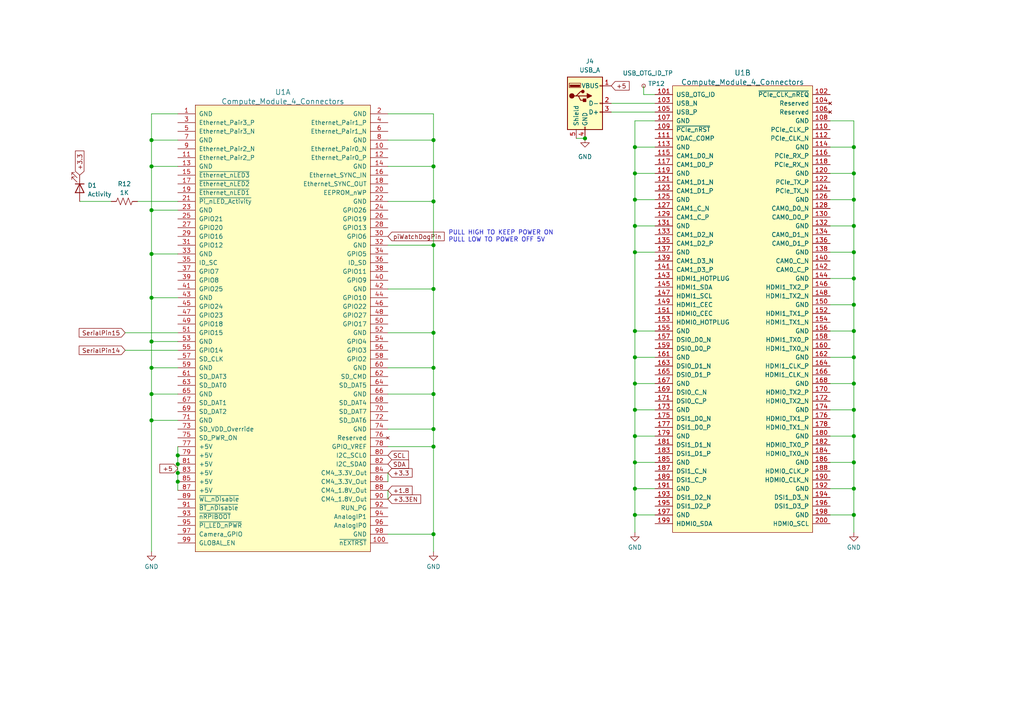
<source format=kicad_sch>
(kicad_sch (version 20210126) (generator eeschema)
  (paper "A4")
  (lib_symbols
    (symbol "Connector:TestPoint_Small" (pin_numbers hide) (pin_names (offset 0.762) hide)
      (property "Reference" "TP" (at 0 3.81 0))
      (property "Value" "TestPoint_Small" (at 0 2.032 0))
      (symbol "TestPoint_Small_0_1"
        (circle (center 0 0) (radius 0.508))
      )
      (symbol "TestPoint_Small_1_1"
        (pin passive line (at 0 0 90) (length 0) (name "1") (number "1"))
      )
    )
    (symbol "Connector:USB_A" (pin_names (offset 1.016))
      (property "Reference" "J?" (at 1.397 11.176 0))
      (property "Value" "USB_A" (at 1.397 8.636 0))
      (symbol "USB_A_0_1"
        (circle (center -3.81 2.159) (radius 0.635) (stroke (width 0.254)) (fill (type outline)))
        (circle (center -0.635 3.429) (radius 0.381) (stroke (width 0.254)) (fill (type outline)))
        (rectangle (start -1.27 4.572) (end -4.572 5.842))
        (rectangle (start -0.127 -7.62) (end 0.127 -6.858))
        (rectangle (start 5.08 -2.667) (end 4.318 -2.413))
        (rectangle (start 5.08 -0.127) (end 4.318 0.127))
        (rectangle (start 5.08 4.953) (end 4.318 5.207))
        (rectangle (start -1.524 4.826) (end -4.318 5.334) (fill (type outline)))
        (rectangle (start 0.254 1.27) (end -0.508 0.508) (stroke (width 0.254)) (fill (type outline)))
        (rectangle (start -5.08 -7.62) (end 5.08 7.62) (stroke (width 0.254)) (fill (type background)))
        (polyline (pts (xy -3.175 2.159) (xy -2.54 2.159) (xy -1.27 3.429) (xy -0.635 3.429)) (stroke (width 0.254)))
        (polyline (pts (xy -2.54 2.159) (xy -1.905 2.159) (xy -1.27 0.889) (xy 0 0.889)) (stroke (width 0.254)))
        (polyline (pts (xy 0.635 2.794) (xy 0.635 1.524) (xy 1.905 2.159) (xy 0.635 2.794)) (stroke (width 0.254)) (fill (type outline)))
      )
      (symbol "USB_A_1_1"
        (polyline (pts (xy -1.905 2.159) (xy 0.635 2.159)) (stroke (width 0.254)))
        (pin power_in line (at 7.62 5.08 180) (length 2.54) (name "VBUS") (number "1"))
        (pin bidirectional line (at 7.62 0 180) (length 2.54) (name "D-") (number "2"))
        (pin bidirectional line (at 7.62 -2.54 180) (length 2.54) (name "D+") (number "3"))
        (pin power_in line (at 0 -10.16 90) (length 2.54) (name "GND") (number "4"))
        (pin passive line (at -2.54 -10.16 90) (length 2.54) (name "Shield") (number "5"))
      )
    )
    (symbol "Device:LED" (pin_numbers hide) (pin_names (offset 1.016) hide)
      (property "Reference" "D" (at 0 2.54 0))
      (property "Value" "LED" (at 0 -2.54 0))
      (symbol "LED_0_1"
        (polyline (pts (xy -1.27 -1.27) (xy -1.27 1.27)) (stroke (width 0.254)))
        (polyline (pts (xy -1.27 0) (xy 1.27 0)))
        (polyline (pts (xy 1.27 -1.27) (xy 1.27 1.27) (xy -1.27 0) (xy 1.27 -1.27)) (stroke (width 0.254)))
        (polyline (pts (xy -3.048 -0.762) (xy -4.572 -2.286) (xy -3.81 -2.286) (xy -4.572 -2.286) (xy -4.572 -1.524)))
        (polyline (pts (xy -1.778 -0.762) (xy -3.302 -2.286) (xy -2.54 -2.286) (xy -3.302 -2.286) (xy -3.302 -1.524)))
      )
      (symbol "LED_1_1"
        (pin passive line (at -3.81 0 0) (length 2.54) (name "K") (number "1"))
        (pin passive line (at 3.81 0 180) (length 2.54) (name "A") (number "2"))
      )
    )
    (symbol "Device:R_US" (pin_numbers hide) (pin_names (offset 0))
      (property "Reference" "R" (at 2.54 0 90))
      (property "Value" "R_US" (at -2.54 0 90))
      (symbol "R_US_0_1"
        (polyline (pts (xy 0 -2.286) (xy 0 -2.54)))
        (polyline (pts (xy 0 2.286) (xy 0 2.54)))
        (polyline (pts (xy 0 -0.762) (xy 1.016 -1.143) (xy 0 -1.524) (xy -1.016 -1.905) (xy 0 -2.286)))
        (polyline (pts (xy 0 0.762) (xy 1.016 0.381) (xy 0 0) (xy -1.016 -0.381) (xy 0 -0.762)))
        (polyline (pts (xy 0 2.286) (xy 1.016 1.905) (xy 0 1.524) (xy -1.016 1.143) (xy 0 0.762)))
      )
      (symbol "R_US_1_1"
        (pin passive line (at 0 3.81 270) (length 1.27) (name "~") (number "1"))
        (pin passive line (at 0 -3.81 90) (length 1.27) (name "~") (number "2"))
      )
    )
    (symbol "cm4:Compute_Module_4_Connectors" (pin_names (offset 1.016))
      (property "Reference" "U" (at 5.08 6.35 0))
      (property "Value" "Compute_Module_4_Connectors" (at 5.08 3.81 0))
      (symbol "Compute_Module_4_Connectors_1_1"
        (rectangle (start 5.08 2.54) (end 55.88 -127) (fill (type background)))
        (pin power_in line (at 0 0 0) (length 5.08) (name "GND") (number "1"))
        (pin passive line (at 60.96 -10.16 180) (length 5.08) (name "Ethernet_Pair0_N") (number "10"))
        (pin output line (at 60.96 -124.46 180) (length 5.08) (name "~nEXTRST") (number "100"))
        (pin passive line (at 0 -12.7 0) (length 5.08) (name "Ethernet_Pair2_P") (number "11"))
        (pin passive line (at 60.96 -12.7 180) (length 5.08) (name "Ethernet_Pair0_P") (number "12"))
        (pin power_in line (at 0 -15.24 0) (length 5.08) (name "GND") (number "13"))
        (pin power_in line (at 60.96 -15.24 180) (length 5.08) (name "GND") (number "14"))
        (pin output line (at 0 -17.78 0) (length 5.08) (name "~Ethernet_nLED3") (number "15"))
        (pin input line (at 60.96 -17.78 180) (length 5.08) (name "Ethernet_SYNC_IN") (number "16"))
        (pin output line (at 0 -20.32 0) (length 5.08) (name "~Ethernet_nLED2") (number "17"))
        (pin input line (at 60.96 -20.32 180) (length 5.08) (name "Ethernet_SYNC_OUT") (number "18"))
        (pin output line (at 0 -22.86 0) (length 5.08) (name "~Ethernet_nLED1") (number "19"))
        (pin power_in line (at 60.96 0 180) (length 5.08) (name "GND") (number "2"))
        (pin passive line (at 60.96 -22.86 180) (length 5.08) (name "EEPROM_nWP") (number "20"))
        (pin open_collector line (at 0 -25.4 0) (length 5.08) (name "~Pi_nLED_Activity") (number "21"))
        (pin power_in line (at 60.96 -25.4 180) (length 5.08) (name "GND") (number "22"))
        (pin power_in line (at 0 -27.94 0) (length 5.08) (name "GND") (number "23"))
        (pin passive line (at 60.96 -27.94 180) (length 5.08) (name "GPIO26") (number "24"))
        (pin passive line (at 0 -30.48 0) (length 5.08) (name "GPIO21") (number "25"))
        (pin passive line (at 60.96 -30.48 180) (length 5.08) (name "GPIO19") (number "26"))
        (pin passive line (at 0 -33.02 0) (length 5.08) (name "GPIO20") (number "27"))
        (pin passive line (at 60.96 -33.02 180) (length 5.08) (name "GPIO13") (number "28"))
        (pin passive line (at 0 -35.56 0) (length 5.08) (name "GPIO16") (number "29"))
        (pin passive line (at 0 -2.54 0) (length 5.08) (name "Ethernet_Pair3_P") (number "3"))
        (pin passive line (at 60.96 -35.56 180) (length 5.08) (name "GPIO6") (number "30"))
        (pin passive line (at 0 -38.1 0) (length 5.08) (name "GPIO12") (number "31"))
        (pin power_in line (at 60.96 -38.1 180) (length 5.08) (name "GND") (number "32"))
        (pin power_in line (at 0 -40.64 0) (length 5.08) (name "GND") (number "33"))
        (pin passive line (at 60.96 -40.64 180) (length 5.08) (name "GPIO5") (number "34"))
        (pin passive line (at 0 -43.18 0) (length 5.08) (name "ID_SC") (number "35"))
        (pin passive line (at 60.96 -43.18 180) (length 5.08) (name "ID_SD") (number "36"))
        (pin passive line (at 0 -45.72 0) (length 5.08) (name "GPIO7") (number "37"))
        (pin passive line (at 60.96 -45.72 180) (length 5.08) (name "GPIO11") (number "38"))
        (pin passive line (at 0 -48.26 0) (length 5.08) (name "GPIO8") (number "39"))
        (pin passive line (at 60.96 -2.54 180) (length 5.08) (name "Ethernet_Pair1_P") (number "4"))
        (pin passive line (at 60.96 -48.26 180) (length 5.08) (name "GPIO9") (number "40"))
        (pin passive line (at 0 -50.8 0) (length 5.08) (name "GPIO25") (number "41"))
        (pin power_in line (at 60.96 -50.8 180) (length 5.08) (name "GND") (number "42"))
        (pin power_in line (at 0 -53.34 0) (length 5.08) (name "GND") (number "43"))
        (pin passive line (at 60.96 -53.34 180) (length 5.08) (name "GPIO10") (number "44"))
        (pin passive line (at 0 -55.88 0) (length 5.08) (name "GPIO24") (number "45"))
        (pin passive line (at 60.96 -55.88 180) (length 5.08) (name "GPIO22") (number "46"))
        (pin passive line (at 0 -58.42 0) (length 5.08) (name "GPIO23") (number "47"))
        (pin passive line (at 60.96 -58.42 180) (length 5.08) (name "GPIO27") (number "48"))
        (pin passive line (at 0 -60.96 0) (length 5.08) (name "GPIO18") (number "49"))
        (pin passive line (at 0 -5.08 0) (length 5.08) (name "Ethernet_Pair3_N") (number "5"))
        (pin passive line (at 60.96 -60.96 180) (length 5.08) (name "GPIO17") (number "50"))
        (pin passive line (at 0 -63.5 0) (length 5.08) (name "GPIO15") (number "51"))
        (pin power_in line (at 60.96 -63.5 180) (length 5.08) (name "GND") (number "52"))
        (pin power_in line (at 0 -66.04 0) (length 5.08) (name "GND") (number "53"))
        (pin passive line (at 60.96 -66.04 180) (length 5.08) (name "GPIO4") (number "54"))
        (pin passive line (at 0 -68.58 0) (length 5.08) (name "GPIO14") (number "55"))
        (pin passive line (at 60.96 -68.58 180) (length 5.08) (name "GPIO3") (number "56"))
        (pin passive line (at 0 -71.12 0) (length 5.08) (name "SD_CLK") (number "57"))
        (pin passive line (at 60.96 -71.12 180) (length 5.08) (name "GPIO2") (number "58"))
        (pin power_in line (at 0 -73.66 0) (length 5.08) (name "GND") (number "59"))
        (pin passive line (at 60.96 -5.08 180) (length 5.08) (name "Ethernet_Pair1_N") (number "6"))
        (pin power_in line (at 60.96 -73.66 180) (length 5.08) (name "GND") (number "60"))
        (pin passive line (at 0 -76.2 0) (length 5.08) (name "SD_DAT3") (number "61"))
        (pin passive line (at 60.96 -76.2 180) (length 5.08) (name "SD_CMD") (number "62"))
        (pin passive line (at 0 -78.74 0) (length 5.08) (name "SD_DAT0") (number "63"))
        (pin passive line (at 60.96 -78.74 180) (length 5.08) (name "SD_DAT5") (number "64"))
        (pin power_in line (at 0 -81.28 0) (length 5.08) (name "GND") (number "65"))
        (pin power_in line (at 60.96 -81.28 180) (length 5.08) (name "GND") (number "66"))
        (pin passive line (at 0 -83.82 0) (length 5.08) (name "SD_DAT1") (number "67"))
        (pin passive line (at 60.96 -83.82 180) (length 5.08) (name "SD_DAT4") (number "68"))
        (pin passive line (at 0 -86.36 0) (length 5.08) (name "SD_DAT2") (number "69"))
        (pin power_in line (at 0 -7.62 0) (length 5.08) (name "GND") (number "7"))
        (pin passive line (at 60.96 -86.36 180) (length 5.08) (name "SD_DAT7") (number "70"))
        (pin power_in line (at 0 -88.9 0) (length 5.08) (name "GND") (number "71"))
        (pin passive line (at 60.96 -88.9 180) (length 5.08) (name "SD_DAT6") (number "72"))
        (pin input line (at 0 -91.44 0) (length 5.08) (name "SD_VDD_Override") (number "73"))
        (pin power_in line (at 60.96 -91.44 180) (length 5.08) (name "GND") (number "74"))
        (pin output line (at 0 -93.98 0) (length 5.08) (name "SD_PWR_ON") (number "75"))
        (pin no_connect line (at 60.96 -93.98 180) (length 5.08) (name "Reserved") (number "76"))
        (pin power_in line (at 0 -96.52 0) (length 5.08) (name "+5V") (number "77"))
        (pin power_in line (at 60.96 -96.52 180) (length 5.08) (name "GPIO_VREF") (number "78"))
        (pin power_in line (at 0 -99.06 0) (length 5.08) (name "+5V") (number "79"))
        (pin power_in line (at 60.96 -7.62 180) (length 5.08) (name "GND") (number "8"))
        (pin bidirectional line (at 60.96 -99.06 180) (length 5.08) (name "I2C_SCL0") (number "80"))
        (pin power_in line (at 0 -101.6 0) (length 5.08) (name "+5V") (number "81"))
        (pin bidirectional line (at 60.96 -101.6 180) (length 5.08) (name "I2C_SDA0") (number "82"))
        (pin power_in line (at 0 -104.14 0) (length 5.08) (name "+5V") (number "83"))
        (pin power_out line (at 60.96 -104.14 180) (length 5.08) (name "CM4_3.3V_Out") (number "84"))
        (pin power_in line (at 0 -106.68 0) (length 5.08) (name "+5V") (number "85"))
        (pin power_out line (at 60.96 -106.68 180) (length 5.08) (name "CM4_3.3V_Out") (number "86"))
        (pin power_in line (at 0 -109.22 0) (length 5.08) (name "+5V") (number "87"))
        (pin power_out line (at 60.96 -109.22 180) (length 5.08) (name "CM4_1.8V_Out") (number "88"))
        (pin input line (at 0 -111.76 0) (length 5.08) (name "~WL_nDisable") (number "89"))
        (pin passive line (at 0 -10.16 0) (length 5.08) (name "Ethernet_Pair2_N") (number "9"))
        (pin power_out line (at 60.96 -111.76 180) (length 5.08) (name "CM4_1.8V_Out") (number "90"))
        (pin input line (at 0 -114.3 0) (length 5.08) (name "~BT_nDisable") (number "91"))
        (pin passive line (at 60.96 -114.3 180) (length 5.08) (name "RUN_PG") (number "92"))
        (pin input line (at 0 -116.84 0) (length 5.08) (name "~nRPIBOOT") (number "93"))
        (pin passive line (at 60.96 -116.84 180) (length 5.08) (name "AnalogIP1") (number "94"))
        (pin output line (at 0 -119.38 0) (length 5.08) (name "~PI_LED_nPWR") (number "95"))
        (pin passive line (at 60.96 -119.38 180) (length 5.08) (name "AnalogIP0") (number "96"))
        (pin passive line (at 0 -121.92 0) (length 5.08) (name "Camera_GPIO") (number "97"))
        (pin power_in line (at 60.96 -121.92 180) (length 5.08) (name "GND") (number "98"))
        (pin input line (at 0 -124.46 0) (length 5.08) (name "GLOBAL_EN") (number "99"))
      )
      (symbol "Compute_Module_4_Connectors_2_1"
        (rectangle (start 5.08 2.54) (end 45.72 -127) (fill (type background)))
        (pin input line (at 0 0 0) (length 5.08) (name "USB_OTG_ID") (number "101"))
        (pin input line (at 50.8 0 180) (length 5.08) (name "~PCIe_CLK_nREQ") (number "102"))
        (pin passive line (at 0 -2.54 0) (length 5.08) (name "USB_N") (number "103"))
        (pin no_connect line (at 50.8 -2.54 180) (length 5.08) (name "Reserved") (number "104"))
        (pin passive line (at 0 -5.08 0) (length 5.08) (name "USB_P") (number "105"))
        (pin no_connect line (at 50.8 -5.08 180) (length 5.08) (name "Reserved") (number "106"))
        (pin power_in line (at 0 -7.62 0) (length 5.08) (name "GND") (number "107"))
        (pin power_in line (at 50.8 -7.62 180) (length 5.08) (name "GND") (number "108"))
        (pin output line (at 0 -10.16 0) (length 5.08) (name "~PCIe_nRST") (number "109"))
        (pin output line (at 50.8 -10.16 180) (length 5.08) (name "PCIe_CLK_P") (number "110"))
        (pin output line (at 0 -12.7 0) (length 5.08) (name "VDAC_COMP") (number "111"))
        (pin output line (at 50.8 -12.7 180) (length 5.08) (name "PCIe_CLK_N") (number "112"))
        (pin power_in line (at 0 -15.24 0) (length 5.08) (name "GND") (number "113"))
        (pin power_in line (at 50.8 -15.24 180) (length 5.08) (name "GND") (number "114"))
        (pin input line (at 0 -17.78 0) (length 5.08) (name "CAM1_D0_N") (number "115"))
        (pin input line (at 50.8 -17.78 180) (length 5.08) (name "PCIe_RX_P") (number "116"))
        (pin input line (at 0 -20.32 0) (length 5.08) (name "CAM1_D0_P") (number "117"))
        (pin input line (at 50.8 -20.32 180) (length 5.08) (name "PCIe_RX_N") (number "118"))
        (pin power_in line (at 0 -22.86 0) (length 5.08) (name "GND") (number "119"))
        (pin power_in line (at 50.8 -22.86 180) (length 5.08) (name "GND") (number "120"))
        (pin input line (at 0 -25.4 0) (length 5.08) (name "CAM1_D1_N") (number "121"))
        (pin output line (at 50.8 -25.4 180) (length 5.08) (name "PCIe_TX_P") (number "122"))
        (pin input line (at 0 -27.94 0) (length 5.08) (name "CAM1_D1_P") (number "123"))
        (pin output line (at 50.8 -27.94 180) (length 5.08) (name "PCIe_TX_N") (number "124"))
        (pin power_in line (at 0 -30.48 0) (length 5.08) (name "GND") (number "125"))
        (pin power_in line (at 50.8 -30.48 180) (length 5.08) (name "GND") (number "126"))
        (pin input line (at 0 -33.02 0) (length 5.08) (name "CAM1_C_N") (number "127"))
        (pin input line (at 50.8 -33.02 180) (length 5.08) (name "CAM0_D0_N") (number "128"))
        (pin input line (at 0 -35.56 0) (length 5.08) (name "CAM1_C_P") (number "129"))
        (pin input line (at 50.8 -35.56 180) (length 5.08) (name "CAM0_D0_P") (number "130"))
        (pin power_in line (at 0 -38.1 0) (length 5.08) (name "GND") (number "131"))
        (pin power_in line (at 50.8 -38.1 180) (length 5.08) (name "GND") (number "132"))
        (pin input line (at 0 -40.64 0) (length 5.08) (name "CAM1_D2_N") (number "133"))
        (pin input line (at 50.8 -40.64 180) (length 5.08) (name "CAM0_D1_N") (number "134"))
        (pin input line (at 0 -43.18 0) (length 5.08) (name "CAM1_D2_P") (number "135"))
        (pin input line (at 50.8 -43.18 180) (length 5.08) (name "CAM0_D1_P") (number "136"))
        (pin power_in line (at 0 -45.72 0) (length 5.08) (name "GND") (number "137"))
        (pin power_in line (at 50.8 -45.72 180) (length 5.08) (name "GND") (number "138"))
        (pin input line (at 0 -48.26 0) (length 5.08) (name "CAM1_D3_N") (number "139"))
        (pin input line (at 50.8 -48.26 180) (length 5.08) (name "CAM0_C_N") (number "140"))
        (pin input line (at 0 -50.8 0) (length 5.08) (name "CAM1_D3_P") (number "141"))
        (pin input line (at 50.8 -50.8 180) (length 5.08) (name "CAM0_C_P") (number "142"))
        (pin input line (at 0 -53.34 0) (length 5.08) (name "HDMI1_HOTPLUG") (number "143"))
        (pin power_in line (at 50.8 -53.34 180) (length 5.08) (name "GND") (number "144"))
        (pin bidirectional line (at 0 -55.88 0) (length 5.08) (name "HDMI1_SDA") (number "145"))
        (pin output line (at 50.8 -55.88 180) (length 5.08) (name "HDMI1_TX2_P") (number "146"))
        (pin open_collector line (at 0 -58.42 0) (length 5.08) (name "HDMI1_SCL") (number "147"))
        (pin output line (at 50.8 -58.42 180) (length 5.08) (name "HDMI1_TX2_N") (number "148"))
        (pin open_collector line (at 0 -60.96 0) (length 5.08) (name "HDMI1_CEC") (number "149"))
        (pin power_in line (at 50.8 -60.96 180) (length 5.08) (name "GND") (number "150"))
        (pin open_collector line (at 0 -63.5 0) (length 5.08) (name "HDMI0_CEC") (number "151"))
        (pin output line (at 50.8 -63.5 180) (length 5.08) (name "HDMI1_TX1_P") (number "152"))
        (pin input line (at 0 -66.04 0) (length 5.08) (name "HDMI0_HOTPLUG") (number "153"))
        (pin output line (at 50.8 -66.04 180) (length 5.08) (name "HDMI1_TX1_N") (number "154"))
        (pin power_in line (at 0 -68.58 0) (length 5.08) (name "GND") (number "155"))
        (pin power_in line (at 50.8 -68.58 180) (length 5.08) (name "GND") (number "156"))
        (pin output line (at 0 -71.12 0) (length 5.08) (name "DSI0_D0_N") (number "157"))
        (pin output line (at 50.8 -71.12 180) (length 5.08) (name "HDMI1_TX0_P") (number "158"))
        (pin output line (at 0 -73.66 0) (length 5.08) (name "DSI0_D0_P") (number "159"))
        (pin output line (at 50.8 -73.66 180) (length 5.08) (name "HDMI1_TX0_N") (number "160"))
        (pin power_in line (at 0 -76.2 0) (length 5.08) (name "GND") (number "161"))
        (pin power_in line (at 50.8 -76.2 180) (length 5.08) (name "GND") (number "162"))
        (pin output line (at 0 -78.74 0) (length 5.08) (name "DSI0_D1_N") (number "163"))
        (pin output line (at 50.8 -78.74 180) (length 5.08) (name "HDMI1_CLK_P") (number "164"))
        (pin output line (at 0 -81.28 0) (length 5.08) (name "DSI0_D1_P") (number "165"))
        (pin output line (at 50.8 -81.28 180) (length 5.08) (name "HDMI1_CLK_N") (number "166"))
        (pin power_in line (at 0 -83.82 0) (length 5.08) (name "GND") (number "167"))
        (pin power_in line (at 50.8 -83.82 180) (length 5.08) (name "GND") (number "168"))
        (pin output line (at 0 -86.36 0) (length 5.08) (name "DSI0_C_N") (number "169"))
        (pin output line (at 50.8 -86.36 180) (length 5.08) (name "HDMI0_TX2_P") (number "170"))
        (pin output line (at 0 -88.9 0) (length 5.08) (name "DSI0_C_P") (number "171"))
        (pin output line (at 50.8 -88.9 180) (length 5.08) (name "HDMI0_TX2_N") (number "172"))
        (pin power_in line (at 0 -91.44 0) (length 5.08) (name "GND") (number "173"))
        (pin power_in line (at 50.8 -91.44 180) (length 5.08) (name "GND") (number "174"))
        (pin output line (at 0 -93.98 0) (length 5.08) (name "DSI1_D0_N") (number "175"))
        (pin output line (at 50.8 -93.98 180) (length 5.08) (name "HDMI0_TX1_P") (number "176"))
        (pin output line (at 0 -96.52 0) (length 5.08) (name "DSI1_D0_P") (number "177"))
        (pin output line (at 50.8 -96.52 180) (length 5.08) (name "HDMI0_TX1_N") (number "178"))
        (pin power_in line (at 0 -99.06 0) (length 5.08) (name "GND") (number "179"))
        (pin power_in line (at 50.8 -99.06 180) (length 5.08) (name "GND") (number "180"))
        (pin output line (at 0 -101.6 0) (length 5.08) (name "DSI1_D1_N") (number "181"))
        (pin output line (at 50.8 -101.6 180) (length 5.08) (name "HDMI0_TX0_P") (number "182"))
        (pin output line (at 0 -104.14 0) (length 5.08) (name "DSI1_D1_P") (number "183"))
        (pin output line (at 50.8 -104.14 180) (length 5.08) (name "HDMI0_TX0_N") (number "184"))
        (pin power_in line (at 0 -106.68 0) (length 5.08) (name "GND") (number "185"))
        (pin power_in line (at 50.8 -106.68 180) (length 5.08) (name "GND") (number "186"))
        (pin output line (at 0 -109.22 0) (length 5.08) (name "DSI1_C_N") (number "187"))
        (pin output line (at 50.8 -109.22 180) (length 5.08) (name "HDMI0_CLK_P") (number "188"))
        (pin output line (at 0 -111.76 0) (length 5.08) (name "DSI1_C_P") (number "189"))
        (pin output line (at 50.8 -111.76 180) (length 5.08) (name "HDMI0_CLK_N") (number "190"))
        (pin power_in line (at 0 -114.3 0) (length 5.08) (name "GND") (number "191"))
        (pin power_in line (at 50.8 -114.3 180) (length 5.08) (name "GND") (number "192"))
        (pin output line (at 0 -116.84 0) (length 5.08) (name "DSI1_D2_N") (number "193"))
        (pin output line (at 50.8 -116.84 180) (length 5.08) (name "DSI1_D3_N") (number "194"))
        (pin output line (at 0 -119.38 0) (length 5.08) (name "DSI1_D2_P") (number "195"))
        (pin output line (at 50.8 -119.38 180) (length 5.08) (name "DSI1_D3_P") (number "196"))
        (pin power_in line (at 0 -121.92 0) (length 5.08) (name "GND") (number "197"))
        (pin power_in line (at 50.8 -121.92 180) (length 5.08) (name "GND") (number "198"))
        (pin bidirectional line (at 0 -124.46 0) (length 5.08) (name "HDMI0_SDA") (number "199"))
        (pin open_collector line (at 50.8 -124.46 180) (length 5.08) (name "HDMI0_SCL") (number "200"))
      )
    )
    (symbol "power:GND" (power) (pin_names (offset 0))
      (property "Value" "GND" (at 0 -3.81 0))
      (symbol "GND_0_1"
        (polyline (pts (xy 0 0) (xy 0 -1.27) (xy 1.27 -1.27) (xy 0 -2.54) (xy -1.27 -1.27) (xy 0 -1.27)))
      )
      (symbol "GND_1_1"
        (pin power_in line (at 0 0 270) (length 0) hide (name "GND") (number "1"))
      )
    )
  )
  (junction (at 43.942 40.64) (diameter 1.016))
  (junction (at 43.942 48.26) (diameter 1.016))
  (junction (at 43.942 60.96) (diameter 1.016))
  (junction (at 43.942 73.66) (diameter 1.016))
  (junction (at 43.942 86.36) (diameter 1.016))
  (junction (at 43.942 99.06) (diameter 1.016))
  (junction (at 43.942 106.68) (diameter 1.016))
  (junction (at 43.942 114.3) (diameter 1.016))
  (junction (at 43.942 121.92) (diameter 1.016))
  (junction (at 51.562 132.08) (diameter 1.016))
  (junction (at 51.562 134.62) (diameter 1.016))
  (junction (at 51.562 137.16) (diameter 1.016))
  (junction (at 51.562 139.7) (diameter 1.016))
  (junction (at 125.73 40.64) (diameter 1.016))
  (junction (at 125.73 48.26) (diameter 1.016))
  (junction (at 125.73 58.42) (diameter 1.016))
  (junction (at 125.73 71.12) (diameter 1.016))
  (junction (at 125.73 83.82) (diameter 1.016))
  (junction (at 125.73 96.52) (diameter 1.016))
  (junction (at 125.73 106.68) (diameter 1.016))
  (junction (at 125.73 114.3) (diameter 1.016))
  (junction (at 125.73 124.46) (diameter 1.016))
  (junction (at 125.73 129.54) (diameter 1.016))
  (junction (at 125.73 154.94) (diameter 1.016))
  (junction (at 169.672 40.132) (diameter 1.016))
  (junction (at 184.15 42.672) (diameter 1.016))
  (junction (at 184.15 50.292) (diameter 1.016))
  (junction (at 184.15 57.912) (diameter 1.016))
  (junction (at 184.15 65.532) (diameter 1.016))
  (junction (at 184.15 73.152) (diameter 1.016))
  (junction (at 184.15 96.012) (diameter 1.016))
  (junction (at 184.15 103.632) (diameter 1.016))
  (junction (at 184.15 111.252) (diameter 1.016))
  (junction (at 184.15 118.872) (diameter 1.016))
  (junction (at 184.15 126.492) (diameter 1.016))
  (junction (at 184.15 134.112) (diameter 1.016))
  (junction (at 184.15 141.732) (diameter 1.016))
  (junction (at 184.15 149.352) (diameter 1.016))
  (junction (at 247.65 42.672) (diameter 1.016))
  (junction (at 247.65 50.292) (diameter 1.016))
  (junction (at 247.65 57.912) (diameter 1.016))
  (junction (at 247.65 65.532) (diameter 1.016))
  (junction (at 247.65 73.152) (diameter 1.016))
  (junction (at 247.65 80.772) (diameter 1.016))
  (junction (at 247.65 88.392) (diameter 1.016))
  (junction (at 247.65 96.012) (diameter 1.016))
  (junction (at 247.65 103.632) (diameter 1.016))
  (junction (at 247.65 111.252) (diameter 1.016))
  (junction (at 247.65 118.872) (diameter 1.016))
  (junction (at 247.65 126.492) (diameter 1.016))
  (junction (at 247.65 134.112) (diameter 1.016))
  (junction (at 247.65 141.732) (diameter 1.016))
  (junction (at 247.65 149.352) (diameter 1.016))
  (wire (pts (xy 23.114 58.42) (xy 32.258 58.42)))
  (wire (pts (xy 36.322 96.52) (xy 51.562 96.52)))
  (wire (pts (xy 36.322 101.6) (xy 51.562 101.6)))
  (wire (pts (xy 39.878 58.42) (xy 51.562 58.42)))
  (wire (pts (xy 43.942 33.02) (xy 51.562 33.02)))
  (wire (pts (xy 43.942 40.64) (xy 43.942 33.02)))
  (wire (pts (xy 43.942 40.64) (xy 51.562 40.64)))
  (wire (pts (xy 43.942 48.26) (xy 43.942 40.64)))
  (wire (pts (xy 43.942 48.26) (xy 51.562 48.26)))
  (wire (pts (xy 43.942 60.96) (xy 43.942 48.26)))
  (wire (pts (xy 43.942 60.96) (xy 51.562 60.96)))
  (wire (pts (xy 43.942 73.66) (xy 43.942 60.96)))
  (wire (pts (xy 43.942 73.66) (xy 51.562 73.66)))
  (wire (pts (xy 43.942 86.36) (xy 43.942 73.66)))
  (wire (pts (xy 43.942 86.36) (xy 51.562 86.36)))
  (wire (pts (xy 43.942 99.06) (xy 43.942 86.36)))
  (wire (pts (xy 43.942 99.06) (xy 51.562 99.06)))
  (wire (pts (xy 43.942 106.68) (xy 43.942 99.06)))
  (wire (pts (xy 43.942 106.68) (xy 51.562 106.68)))
  (wire (pts (xy 43.942 114.3) (xy 43.942 106.68)))
  (wire (pts (xy 43.942 114.3) (xy 51.562 114.3)))
  (wire (pts (xy 43.942 121.92) (xy 43.942 114.3)))
  (wire (pts (xy 43.942 121.92) (xy 51.562 121.92)))
  (wire (pts (xy 43.942 160.02) (xy 43.942 121.92)))
  (wire (pts (xy 51.562 129.54) (xy 51.562 132.08)))
  (wire (pts (xy 51.562 132.08) (xy 51.562 134.62)))
  (wire (pts (xy 51.562 134.62) (xy 51.562 137.16)))
  (wire (pts (xy 51.562 137.16) (xy 51.562 139.7)))
  (wire (pts (xy 51.562 139.7) (xy 51.562 142.24)))
  (wire (pts (xy 112.522 33.02) (xy 125.73 33.02)))
  (wire (pts (xy 112.522 40.64) (xy 125.73 40.64)))
  (wire (pts (xy 112.522 48.26) (xy 125.73 48.26)))
  (wire (pts (xy 112.522 58.42) (xy 125.73 58.42)))
  (wire (pts (xy 112.522 71.12) (xy 125.73 71.12)))
  (wire (pts (xy 112.522 83.82) (xy 125.73 83.82)))
  (wire (pts (xy 112.522 96.52) (xy 125.73 96.52)))
  (wire (pts (xy 112.522 106.68) (xy 125.73 106.68)))
  (wire (pts (xy 112.522 114.3) (xy 125.73 114.3)))
  (wire (pts (xy 112.522 124.46) (xy 125.73 124.46)))
  (wire (pts (xy 112.522 129.54) (xy 125.73 129.54)))
  (wire (pts (xy 112.522 137.16) (xy 112.522 139.7)))
  (wire (pts (xy 112.522 142.24) (xy 112.522 144.78)))
  (wire (pts (xy 112.522 154.94) (xy 125.73 154.94)))
  (wire (pts (xy 125.73 33.02) (xy 125.73 40.64)))
  (wire (pts (xy 125.73 40.64) (xy 125.73 48.26)))
  (wire (pts (xy 125.73 48.26) (xy 125.73 58.42)))
  (wire (pts (xy 125.73 58.42) (xy 125.73 71.12)))
  (wire (pts (xy 125.73 71.12) (xy 125.73 83.82)))
  (wire (pts (xy 125.73 83.82) (xy 125.73 96.52)))
  (wire (pts (xy 125.73 96.52) (xy 125.73 106.68)))
  (wire (pts (xy 125.73 106.68) (xy 125.73 114.3)))
  (wire (pts (xy 125.73 114.3) (xy 125.73 124.46)))
  (wire (pts (xy 125.73 124.46) (xy 125.73 129.54)))
  (wire (pts (xy 125.73 129.54) (xy 125.73 154.94)))
  (wire (pts (xy 125.73 154.94) (xy 125.73 160.02)))
  (wire (pts (xy 167.132 40.132) (xy 169.672 40.132)))
  (wire (pts (xy 177.292 29.972) (xy 189.992 29.972)))
  (wire (pts (xy 177.292 32.512) (xy 189.992 32.512)))
  (wire (pts (xy 184.15 35.052) (xy 184.15 42.672)))
  (wire (pts (xy 184.15 42.672) (xy 189.992 42.672)))
  (wire (pts (xy 184.15 50.292) (xy 184.15 42.672)))
  (wire (pts (xy 184.15 50.292) (xy 184.15 57.912)))
  (wire (pts (xy 184.15 57.912) (xy 184.15 65.532)))
  (wire (pts (xy 184.15 73.152) (xy 184.15 65.532)))
  (wire (pts (xy 184.15 73.152) (xy 184.15 96.012)))
  (wire (pts (xy 184.15 96.012) (xy 184.15 103.632)))
  (wire (pts (xy 184.15 111.252) (xy 184.15 103.632)))
  (wire (pts (xy 184.15 111.252) (xy 184.15 118.872)))
  (wire (pts (xy 184.15 118.872) (xy 184.15 126.492)))
  (wire (pts (xy 184.15 126.492) (xy 184.15 134.112)))
  (wire (pts (xy 184.15 134.112) (xy 184.15 141.732)))
  (wire (pts (xy 184.15 141.732) (xy 184.15 149.352)))
  (wire (pts (xy 184.15 149.352) (xy 184.15 154.432)))
  (wire (pts (xy 186.69 27.432) (xy 186.69 24.892)))
  (wire (pts (xy 189.992 27.432) (xy 186.69 27.432)))
  (wire (pts (xy 189.992 35.052) (xy 184.15 35.052)))
  (wire (pts (xy 189.992 50.292) (xy 184.15 50.292)))
  (wire (pts (xy 189.992 57.912) (xy 184.15 57.912)))
  (wire (pts (xy 189.992 65.532) (xy 184.15 65.532)))
  (wire (pts (xy 189.992 73.152) (xy 184.15 73.152)))
  (wire (pts (xy 189.992 96.012) (xy 184.15 96.012)))
  (wire (pts (xy 189.992 103.632) (xy 184.15 103.632)))
  (wire (pts (xy 189.992 111.252) (xy 184.15 111.252)))
  (wire (pts (xy 189.992 118.872) (xy 184.15 118.872)))
  (wire (pts (xy 189.992 126.492) (xy 184.15 126.492)))
  (wire (pts (xy 189.992 134.112) (xy 184.15 134.112)))
  (wire (pts (xy 189.992 141.732) (xy 184.15 141.732)))
  (wire (pts (xy 189.992 149.352) (xy 184.15 149.352)))
  (wire (pts (xy 240.792 35.052) (xy 247.65 35.052)))
  (wire (pts (xy 240.792 50.292) (xy 247.65 50.292)))
  (wire (pts (xy 240.792 57.912) (xy 247.65 57.912)))
  (wire (pts (xy 240.792 65.532) (xy 247.65 65.532)))
  (wire (pts (xy 240.792 73.152) (xy 247.65 73.152)))
  (wire (pts (xy 240.792 80.772) (xy 247.65 80.772)))
  (wire (pts (xy 240.792 88.392) (xy 247.65 88.392)))
  (wire (pts (xy 240.792 96.012) (xy 247.65 96.012)))
  (wire (pts (xy 240.792 103.632) (xy 247.65 103.632)))
  (wire (pts (xy 240.792 111.252) (xy 247.65 111.252)))
  (wire (pts (xy 240.792 118.872) (xy 247.65 118.872)))
  (wire (pts (xy 240.792 126.492) (xy 247.65 126.492)))
  (wire (pts (xy 240.792 134.112) (xy 247.65 134.112)))
  (wire (pts (xy 240.792 141.732) (xy 247.65 141.732)))
  (wire (pts (xy 240.792 149.352) (xy 247.65 149.352)))
  (wire (pts (xy 247.65 35.052) (xy 247.65 42.672)))
  (wire (pts (xy 247.65 42.672) (xy 240.792 42.672)))
  (wire (pts (xy 247.65 50.292) (xy 247.65 42.672)))
  (wire (pts (xy 247.65 57.912) (xy 247.65 50.292)))
  (wire (pts (xy 247.65 65.532) (xy 247.65 57.912)))
  (wire (pts (xy 247.65 73.152) (xy 247.65 65.532)))
  (wire (pts (xy 247.65 80.772) (xy 247.65 73.152)))
  (wire (pts (xy 247.65 80.772) (xy 247.65 88.392)))
  (wire (pts (xy 247.65 88.392) (xy 247.65 96.012)))
  (wire (pts (xy 247.65 103.632) (xy 247.65 96.012)))
  (wire (pts (xy 247.65 111.252) (xy 247.65 103.632)))
  (wire (pts (xy 247.65 118.872) (xy 247.65 111.252)))
  (wire (pts (xy 247.65 126.492) (xy 247.65 118.872)))
  (wire (pts (xy 247.65 134.112) (xy 247.65 126.492)))
  (wire (pts (xy 247.65 141.732) (xy 247.65 134.112)))
  (wire (pts (xy 247.65 149.352) (xy 247.65 141.732)))
  (wire (pts (xy 247.65 149.352) (xy 247.65 154.432)))
  (text "PULL HIGH TO KEEP POWER ON\nPULL LOW TO POWER OFF 5V" (at 130.048 70.358 0) (effects (font (size 1.27 1.27)) (justify left bottom)))
  (global_label "+3.3" (shape input) (at 23.114 50.8 90) (property "Intersheet References" "${INTERSHEET_REFS}" (effects hide)))
  (global_label "SerialPin15" (shape input) (at 36.322 96.52 180) (property "Intersheet References" "${INTERSHEET_REFS}" (effects hide)))
  (global_label "SerialPin14" (shape input) (at 36.322 101.6 180) (property "Intersheet References" "${INTERSHEET_REFS}" (effects hide)))
  (global_label "+5" (shape input) (at 51.562 135.89 180) (property "Intersheet References" "${INTERSHEET_REFS}" (effects hide)))
  (global_label "piWatchDogPin" (shape input) (at 112.522 68.58 0) (property "Intersheet References" "${INTERSHEET_REFS}" (effects hide)))
  (global_label "SCL" (shape input) (at 112.522 132.08 0) (property "Intersheet References" "${INTERSHEET_REFS}" (effects hide)))
  (global_label "SDA" (shape input) (at 112.522 134.62 0) (property "Intersheet References" "${INTERSHEET_REFS}" (effects hide)))
  (global_label "+3.3" (shape input) (at 112.522 137.16 0) (property "Intersheet References" "${INTERSHEET_REFS}" (effects hide)))
  (global_label "+1.8" (shape input) (at 112.522 142.24 0) (property "Intersheet References" "${INTERSHEET_REFS}" (effects hide)))
  (global_label "+3.3EN" (shape input) (at 112.522 144.78 0) (property "Intersheet References" "${INTERSHEET_REFS}" (effects hide)))
  (global_label "+5" (shape input) (at 177.292 24.892 0) (property "Intersheet References" "${INTERSHEET_REFS}" (effects hide)))
  (symbol (lib_id "Connector:TestPoint_Small") (at 186.69 24.892 0) (unit 1)
    (property "Reference" "TP12" (at 187.96 24.2569 0) (effects (justify left)))
    (property "Value" "USB_OTG_ID_TP" (at 180.594 21.2089 0) (effects (justify left)))
    (property "Footprint" "TestPoint:TestPoint_Pad_D1.0mm" (effects hide))
  )
  (symbol (lib_id "power:GND") (at 43.942 160.02 0) (unit 1)
    (property "Reference" "#PWR0103" (effects hide))
    (property "Value" "GND" (at 43.942 164.3444 0))
  )
  (symbol (lib_id "power:GND") (at 125.73 160.02 0) (unit 1)
    (property "Reference" "#PWR0101" (effects hide))
    (property "Value" "GND" (at 125.73 164.3444 0))
  )
  (symbol (lib_id "power:GND") (at 169.672 40.132 0) (unit 1)
    (property "Reference" "#PWR0130" (effects hide))
    (property "Value" "GND" (at 169.672 45.466 0))
  )
  (symbol (lib_id "power:GND") (at 184.15 154.432 0) (unit 1)
    (property "Reference" "#PWR0110" (effects hide))
    (property "Value" "GND" (at 184.15 158.7564 0))
  )
  (symbol (lib_id "power:GND") (at 247.65 154.432 0) (unit 1)
    (property "Reference" "#PWR0109" (effects hide))
    (property "Value" "GND" (at 247.65 158.7564 0))
  )
  (symbol (lib_id "Device:R_US") (at 36.068 58.42 90) (unit 1)
    (property "Reference" "R12" (at 36.068 53.34 90))
    (property "Value" "1K" (at 36.068 55.88 90))
  )
  (symbol (lib_id "Device:LED") (at 23.114 54.61 270) (unit 1)
    (property "Reference" "D1" (at 25.4 53.7844 90) (effects (justify left)))
    (property "Value" "Activity" (at 25.4 56.3244 90) (effects (justify left)))
    (property "Footprint" "LED_SMD:LED_2010_5025Metric" (effects hide))
  )
  (symbol (lib_id "Connector:USB_A") (at 169.672 29.972 0) (unit 1)
    (property "Reference" "J4" (at 171.069 17.78 0))
    (property "Value" "USB_A" (at 171.069 20.32 0))
    (property "Footprint" "Connector_USB:USB_A_Stewart_SS-52100-001_Horizontal" (effects hide))
    (property "Datasheet" " ~" (effects hide))
  )
  (symbol (lib_id "cm4:Compute_Module_4_Connectors") (at 189.992 27.432 0) (unit 2)
    (property "Reference" "U1" (at 215.392 21.1279 0) (effects (font (size 1.524 1.524))))
    (property "Value" "Compute_Module_4_Connectors" (at 215.392 23.8355 0) (effects (font (size 1.524 1.524))))
    (property "Footprint" "CM4:Raspberry-Pi-4-Compute-Module" (effects hide))
  )
  (symbol (lib_id "cm4:Compute_Module_4_Connectors") (at 51.562 33.02 0) (unit 1)
    (property "Reference" "U1" (at 82.042 26.7159 0) (effects (font (size 1.524 1.524))))
    (property "Value" "Compute_Module_4_Connectors" (at 82.042 29.4235 0) (effects (font (size 1.524 1.524))))
    (property "Footprint" "CM4:Raspberry-Pi-4-Compute-Module" (effects hide))
  )
)
</source>
